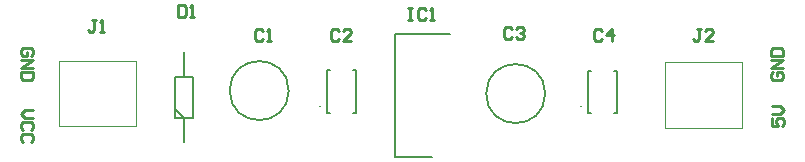
<source format=gto>
G04*
G04 #@! TF.GenerationSoftware,Altium Limited,Altium Designer,18.0.7 (293)*
G04*
G04 Layer_Color=65535*
%FSLAX44Y44*%
%MOMM*%
G71*
G01*
G75*
%ADD10C,0.1000*%
%ADD11C,0.2000*%
%ADD12C,0.2540*%
D10*
X528370Y-110490D02*
G03*
X529370Y-110490I500J0D01*
G01*
D02*
G03*
X528370Y-110490I-500J0D01*
G01*
X307390Y-110090D02*
G03*
X308390Y-110090I500J0D01*
G01*
D02*
G03*
X307390Y-110090I-500J0D01*
G01*
X599960Y-128030D02*
X664960D01*
Y-72630D01*
X599960D02*
X664960D01*
X599960Y-128030D02*
Y-72630D01*
X86880Y-71360D02*
X151880D01*
X86880Y-126760D02*
Y-71360D01*
Y-126760D02*
X151880D01*
Y-71360D01*
D11*
X498710Y-99220D02*
G03*
X498710Y-99220I-25000J0D01*
G01*
X281540Y-96680D02*
G03*
X281540Y-96680I-25000J0D01*
G01*
X534870Y-115990D02*
X537370D01*
X534870D02*
Y-79990D01*
X537370D01*
X557370D02*
X559870D01*
Y-115990D02*
Y-79990D01*
X557370Y-115990D02*
X559870D01*
X313890Y-115590D02*
X316390D01*
X313890D02*
Y-79590D01*
X316390D01*
X336390D02*
X338890D01*
Y-115590D02*
Y-79590D01*
X336390Y-115590D02*
X338890D01*
X193040Y-84860D02*
Y-64360D01*
Y-140360D02*
Y-119860D01*
X185540Y-112360D02*
X193040Y-119860D01*
X185540D02*
X200540D01*
Y-84860D01*
X185540D02*
X200540D01*
X185540Y-119860D02*
Y-84860D01*
X371890Y-152860D02*
X402590D01*
X371890D02*
Y-48860D01*
X417890D01*
D12*
X691306Y-80859D02*
X689613Y-82552D01*
Y-85937D01*
X691306Y-87630D01*
X698077D01*
X699770Y-85937D01*
Y-82552D01*
X698077Y-80859D01*
X694692D01*
Y-84244D01*
X699770Y-77473D02*
X689613D01*
X699770Y-70702D01*
X689613D01*
Y-67317D02*
X699770D01*
Y-62238D01*
X698077Y-60545D01*
X691306D01*
X689613Y-62238D01*
Y-67317D01*
X690883Y-120229D02*
Y-127000D01*
X695962D01*
X694269Y-123614D01*
Y-121922D01*
X695962Y-120229D01*
X699347D01*
X701040Y-121922D01*
Y-125307D01*
X699347Y-127000D01*
X690883Y-116843D02*
X697654D01*
X701040Y-113458D01*
X697654Y-110072D01*
X690883D01*
X64767Y-113030D02*
X57996D01*
X54610Y-116416D01*
X57996Y-119801D01*
X64767D01*
X63074Y-129958D02*
X64767Y-128265D01*
Y-124880D01*
X63074Y-123187D01*
X56303D01*
X54610Y-124880D01*
Y-128265D01*
X56303Y-129958D01*
X63074Y-140115D02*
X64767Y-138422D01*
Y-135036D01*
X63074Y-133343D01*
X56303D01*
X54610Y-135036D01*
Y-138422D01*
X56303Y-140115D01*
X63074Y-67731D02*
X64767Y-66038D01*
Y-62653D01*
X63074Y-60960D01*
X56303D01*
X54610Y-62653D01*
Y-66038D01*
X56303Y-67731D01*
X59688D01*
Y-64346D01*
X54610Y-71117D02*
X64767D01*
X54610Y-77888D01*
X64767D01*
Y-81273D02*
X54610D01*
Y-86352D01*
X56303Y-88045D01*
X63074D01*
X64767Y-86352D01*
Y-81273D01*
X630341Y-44453D02*
X626956D01*
X628648D01*
Y-52917D01*
X626956Y-54610D01*
X625263D01*
X623570Y-52917D01*
X640498Y-54610D02*
X633727D01*
X640498Y-47839D01*
Y-46146D01*
X638805Y-44453D01*
X635420D01*
X633727Y-46146D01*
X118531Y-36833D02*
X115146D01*
X116838D01*
Y-45297D01*
X115146Y-46990D01*
X113453D01*
X111760Y-45297D01*
X121917Y-46990D02*
X125302D01*
X123610D01*
Y-36833D01*
X121917Y-38526D01*
X382270Y-26673D02*
X385656D01*
X383963D01*
Y-36830D01*
X382270D01*
X385656D01*
X397505Y-28366D02*
X395812Y-26673D01*
X392427D01*
X390734Y-28366D01*
Y-35137D01*
X392427Y-36830D01*
X395812D01*
X397505Y-35137D01*
X400891Y-36830D02*
X404276D01*
X402583D01*
Y-26673D01*
X400891Y-28366D01*
X187960Y-24133D02*
Y-34290D01*
X193038D01*
X194731Y-32597D01*
Y-25826D01*
X193038Y-24133D01*
X187960D01*
X198117Y-34290D02*
X201502D01*
X199809D01*
Y-24133D01*
X198117Y-25826D01*
X546521Y-46146D02*
X544828Y-44453D01*
X541443D01*
X539750Y-46146D01*
Y-52917D01*
X541443Y-54610D01*
X544828D01*
X546521Y-52917D01*
X554985Y-54610D02*
Y-44453D01*
X549907Y-49532D01*
X556678D01*
X470321Y-44876D02*
X468628Y-43183D01*
X465243D01*
X463550Y-44876D01*
Y-51647D01*
X465243Y-53340D01*
X468628D01*
X470321Y-51647D01*
X473707Y-44876D02*
X475400Y-43183D01*
X478785D01*
X480478Y-44876D01*
Y-46569D01*
X478785Y-48262D01*
X477092D01*
X478785D01*
X480478Y-49954D01*
Y-51647D01*
X478785Y-53340D01*
X475400D01*
X473707Y-51647D01*
X324271Y-46146D02*
X322578Y-44453D01*
X319193D01*
X317500Y-46146D01*
Y-52917D01*
X319193Y-54610D01*
X322578D01*
X324271Y-52917D01*
X334428Y-54610D02*
X327657D01*
X334428Y-47839D01*
Y-46146D01*
X332735Y-44453D01*
X329350D01*
X327657Y-46146D01*
X259501D02*
X257808Y-44453D01*
X254423D01*
X252730Y-46146D01*
Y-52917D01*
X254423Y-54610D01*
X257808D01*
X259501Y-52917D01*
X262887Y-54610D02*
X266272D01*
X264580D01*
Y-44453D01*
X262887Y-46146D01*
M02*

</source>
